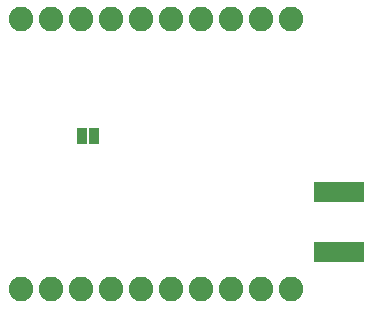
<source format=gbr>
G04 EAGLE Gerber RS-274X export*
G75*
%MOMM*%
%FSLAX34Y34*%
%LPD*%
%INSoldermask Bottom*%
%IPPOS*%
%AMOC8*
5,1,8,0,0,1.08239X$1,22.5*%
G01*
%ADD10R,4.267200X1.727200*%
%ADD11C,2.082800*%
%ADD12R,0.838200X1.473200*%


D10*
X294640Y97950D03*
X294640Y47150D03*
D11*
X254000Y244000D03*
X228600Y244000D03*
X203200Y244000D03*
X177800Y244000D03*
X152400Y244000D03*
X127000Y244000D03*
X101600Y244000D03*
X76200Y244000D03*
X50800Y244000D03*
X25400Y244000D03*
X25400Y15400D03*
X50800Y15400D03*
X76200Y15400D03*
X101600Y15400D03*
X127000Y15400D03*
X152400Y15400D03*
X177800Y15400D03*
X203200Y15400D03*
X228600Y15400D03*
X254000Y15400D03*
D12*
X86980Y145100D03*
X76820Y145100D03*
M02*

</source>
